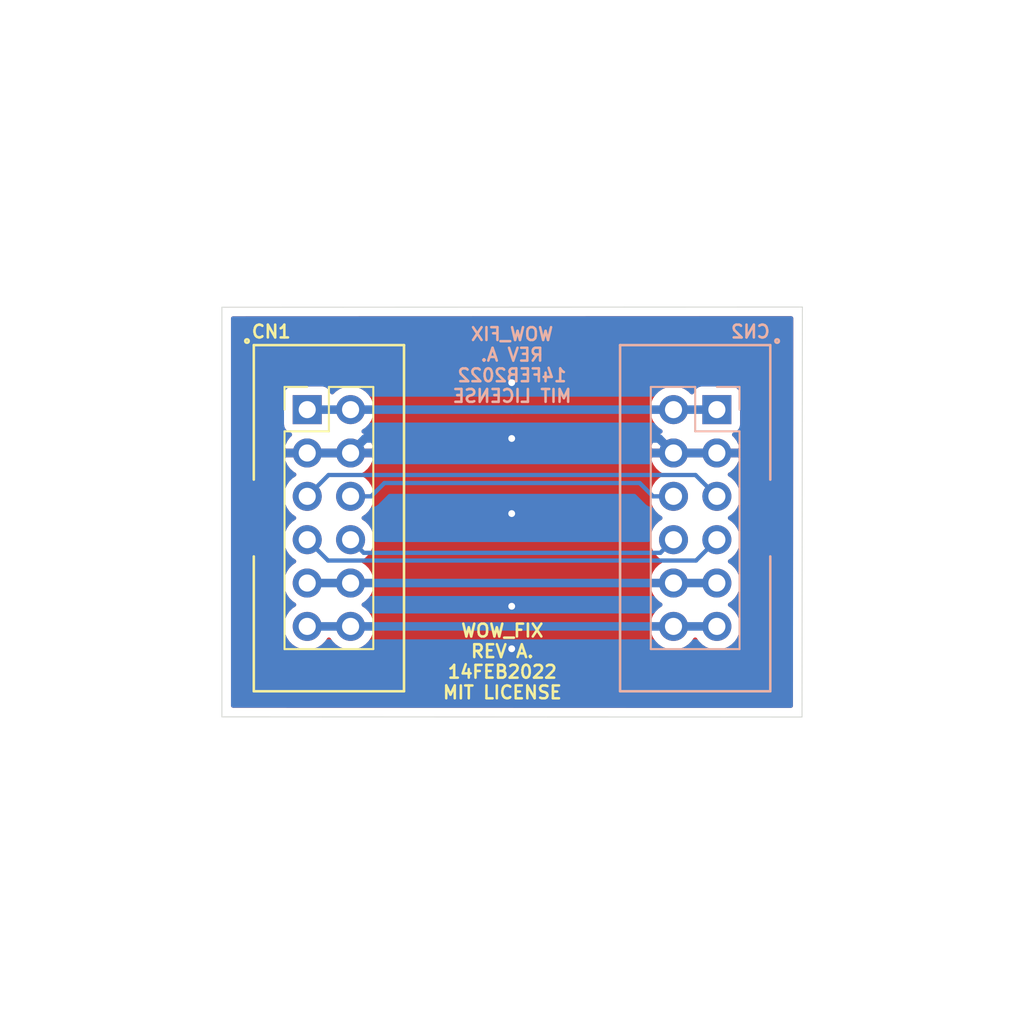
<source format=kicad_pcb>
(kicad_pcb (version 20171130) (host pcbnew 5.1.9-73d0e3b20d~88~ubuntu20.04.1)

  (general
    (thickness 1.6)
    (drawings 6)
    (tracks 44)
    (zones 0)
    (modules 2)
    (nets 9)
  )

  (page A)
  (title_block
    (title WOW_FIX)
    (date 2021-02-14)
    (rev A)
    (company "Homebrew Robotics Club")
    (comment 1 "Copyright © 2021 by Homebrew Robotics Club")
    (comment 2 "License: MIT")
  )

  (layers
    (0 F.Cu signal)
    (31 B.Cu signal)
    (32 B.Adhes user)
    (33 F.Adhes user)
    (34 B.Paste user)
    (35 F.Paste user)
    (36 B.SilkS user)
    (37 F.SilkS user)
    (38 B.Mask user)
    (39 F.Mask user)
    (40 Dwgs.User user)
    (41 Cmts.User user)
    (42 Eco1.User user)
    (43 Eco2.User user)
    (44 Edge.Cuts user)
    (45 Margin user)
    (46 B.CrtYd user)
    (47 F.CrtYd user)
    (48 B.Fab user hide)
    (49 F.Fab user hide)
  )

  (setup
    (last_trace_width 0.5)
    (user_trace_width 0.5)
    (trace_clearance 0.2)
    (zone_clearance 0.508)
    (zone_45_only no)
    (trace_min 0.2)
    (via_size 0.8)
    (via_drill 0.4)
    (via_min_size 0.4)
    (via_min_drill 0.3)
    (uvia_size 0.3)
    (uvia_drill 0.1)
    (uvias_allowed no)
    (uvia_min_size 0.2)
    (uvia_min_drill 0.1)
    (edge_width 0.05)
    (segment_width 0.2)
    (pcb_text_width 0.3)
    (pcb_text_size 1.5 1.5)
    (mod_edge_width 0.12)
    (mod_text_size 1 1)
    (mod_text_width 0.15)
    (pad_size 2.7 2.7)
    (pad_drill 2.7)
    (pad_to_mask_clearance 0)
    (aux_axis_origin 0 0)
    (visible_elements FFFFFF7F)
    (pcbplotparams
      (layerselection 0x010fc_ffffffff)
      (usegerberextensions false)
      (usegerberattributes true)
      (usegerberadvancedattributes true)
      (creategerberjobfile true)
      (excludeedgelayer true)
      (linewidth 0.100000)
      (plotframeref false)
      (viasonmask false)
      (mode 1)
      (useauxorigin false)
      (hpglpennumber 1)
      (hpglpenspeed 20)
      (hpglpendiameter 15.000000)
      (psnegative false)
      (psa4output false)
      (plotreference true)
      (plotvalue true)
      (plotinvisibletext false)
      (padsonsilk false)
      (subtractmaskfromsilk false)
      (outputformat 1)
      (mirror false)
      (drillshape 0)
      (scaleselection 1)
      (outputdirectory ""))
  )

  (net 0 "")
  (net 1 /POW_IN34)
  (net 2 /GND34)
  (net 3 /STOPH)
  (net 4 /STOPL)
  (net 5 /COMH)
  (net 6 /COML)
  (net 7 /GND12)
  (net 8 /POW_IN12)

  (net_class Default "This is the default net class."
    (clearance 0.2)
    (trace_width 0.25)
    (via_dia 0.8)
    (via_drill 0.4)
    (uvia_dia 0.3)
    (uvia_drill 0.1)
    (add_net /COMH)
    (add_net /COML)
    (add_net /GND12)
    (add_net /GND34)
    (add_net /POW_IN12)
    (add_net /POW_IN34)
    (add_net /STOPH)
    (add_net /STOPL)
  )

  (module HR2:PinHeader_2x06_P2.54mm_Vertical_Shrouded (layer B.Cu) (tedit 5FE788D7) (tstamp 602A71D2)
    (at 112 94 180)
    (descr "Through hole straight pin header, 2x06, 2.54mm pitch, double rows")
    (tags "Through hole pin header THT 2x06 2.54mm double row")
    (path /602A2D90)
    (fp_text reference CN2 (at -1.97 4.57) (layer B.SilkS)
      (effects (font (size 0.75 0.75) (thickness 0.15)) (justify mirror))
    )
    (fp_text value WOW_OUT;M2x6S (at 1.27 -15.03) (layer B.Fab)
      (effects (font (size 1 1) (thickness 0.15)) (justify mirror))
    )
    (fp_text user %R (at 1.27 -6.35 270) (layer B.Fab)
      (effects (font (size 1 1) (thickness 0.15)) (justify mirror))
    )
    (fp_circle (center -3.53 4.02) (end -3.42802 4.02) (layer B.SilkS) (width 0.15))
    (fp_line (start -3.13 -8.6) (end -3.13 -16.5) (layer B.SilkS) (width 0.15))
    (fp_line (start -3.13 -16.5) (end 5.67 -16.5) (layer B.SilkS) (width 0.15))
    (fp_line (start 5.67 3.78) (end 5.67 -16.5) (layer B.SilkS) (width 0.15))
    (fp_line (start -3.13 3.78) (end 5.67 3.78) (layer B.SilkS) (width 0.15))
    (fp_line (start -3.13 3.78) (end -3.13 -4.1) (layer B.SilkS) (width 0.15))
    (fp_line (start 4.35 1.8) (end -1.8 1.8) (layer B.CrtYd) (width 0.05))
    (fp_line (start 4.35 -14.5) (end 4.35 1.8) (layer B.CrtYd) (width 0.05))
    (fp_line (start -1.8 -14.5) (end 4.35 -14.5) (layer B.CrtYd) (width 0.05))
    (fp_line (start -1.8 1.8) (end -1.8 -14.5) (layer B.CrtYd) (width 0.05))
    (fp_line (start -1.33 1.33) (end 0 1.33) (layer B.SilkS) (width 0.12))
    (fp_line (start -1.33 0) (end -1.33 1.33) (layer B.SilkS) (width 0.12))
    (fp_line (start 1.27 1.33) (end 3.87 1.33) (layer B.SilkS) (width 0.12))
    (fp_line (start 1.27 -1.27) (end 1.27 1.33) (layer B.SilkS) (width 0.12))
    (fp_line (start -1.33 -1.27) (end 1.27 -1.27) (layer B.SilkS) (width 0.12))
    (fp_line (start 3.87 1.33) (end 3.87 -14.03) (layer B.SilkS) (width 0.12))
    (fp_line (start -1.33 -1.27) (end -1.33 -14.03) (layer B.SilkS) (width 0.12))
    (fp_line (start -1.33 -14.03) (end 3.87 -14.03) (layer B.SilkS) (width 0.12))
    (fp_line (start -1.27 0) (end 0 1.27) (layer B.Fab) (width 0.1))
    (fp_line (start -1.27 -13.97) (end -1.27 0) (layer B.Fab) (width 0.1))
    (fp_line (start 3.81 -13.97) (end -1.27 -13.97) (layer B.Fab) (width 0.1))
    (fp_line (start 3.81 1.27) (end 3.81 -13.97) (layer B.Fab) (width 0.1))
    (fp_line (start 0 1.27) (end 3.81 1.27) (layer B.Fab) (width 0.1))
    (pad 12 thru_hole oval (at 2.54 -12.7 180) (size 1.7 1.7) (drill 1) (layers *.Cu *.Mask)
      (net 1 /POW_IN34))
    (pad 11 thru_hole oval (at 0 -12.7 180) (size 1.7 1.7) (drill 1) (layers *.Cu *.Mask)
      (net 1 /POW_IN34))
    (pad 10 thru_hole oval (at 2.54 -10.16 180) (size 1.7 1.7) (drill 1) (layers *.Cu *.Mask)
      (net 2 /GND34))
    (pad 9 thru_hole oval (at 0 -10.16 180) (size 1.7 1.7) (drill 1) (layers *.Cu *.Mask)
      (net 2 /GND34))
    (pad 8 thru_hole oval (at 2.54 -7.62 180) (size 1.7 1.7) (drill 1) (layers *.Cu *.Mask)
      (net 3 /STOPH))
    (pad 7 thru_hole oval (at 0 -7.62 180) (size 1.7 1.7) (drill 1) (layers *.Cu *.Mask)
      (net 4 /STOPL))
    (pad 6 thru_hole oval (at 2.54 -5.08 180) (size 1.7 1.7) (drill 1) (layers *.Cu *.Mask)
      (net 5 /COMH))
    (pad 5 thru_hole oval (at 0 -5.08 180) (size 1.7 1.7) (drill 1) (layers *.Cu *.Mask)
      (net 6 /COML))
    (pad 4 thru_hole oval (at 2.54 -2.54 180) (size 1.7 1.7) (drill 1) (layers *.Cu *.Mask)
      (net 7 /GND12))
    (pad 3 thru_hole oval (at 0 -2.54 180) (size 1.7 1.7) (drill 1) (layers *.Cu *.Mask)
      (net 7 /GND12))
    (pad 2 thru_hole oval (at 2.54 0 180) (size 1.7 1.7) (drill 1) (layers *.Cu *.Mask)
      (net 8 /POW_IN12))
    (pad 1 thru_hole rect (at 0 0 180) (size 1.7 1.7) (drill 1) (layers *.Cu *.Mask)
      (net 8 /POW_IN12))
    (model ${KISYS3DMOD}/Connector_PinHeader_2.54mm.3dshapes/PinHeader_2x06_P2.54mm_Vertical.wrl
      (at (xyz 0 0 0))
      (scale (xyz 1 1 1))
      (rotate (xyz 0 0 0))
    )
  )

  (module HR2:PinHeader_2x06_P2.54mm_Vertical_Shrouded (layer F.Cu) (tedit 5FE788D7) (tstamp 602A71AA)
    (at 88 94)
    (descr "Through hole straight pin header, 2x06, 2.54mm pitch, double rows")
    (tags "Through hole pin header THT 2x06 2.54mm double row")
    (path /602A126D)
    (fp_text reference CN1 (at -2.11 -4.57) (layer F.SilkS)
      (effects (font (size 0.75 0.75) (thickness 0.15)))
    )
    (fp_text value WOW_IN;M2x6S (at 1.27 15.03) (layer F.Fab)
      (effects (font (size 1 1) (thickness 0.15)))
    )
    (fp_text user %R (at 1.27 6.35 90) (layer F.Fab)
      (effects (font (size 1 1) (thickness 0.15)))
    )
    (fp_circle (center -3.53 -4.02) (end -3.42802 -4.02) (layer F.SilkS) (width 0.15))
    (fp_line (start -3.13 8.6) (end -3.13 16.5) (layer F.SilkS) (width 0.15))
    (fp_line (start -3.13 16.5) (end 5.67 16.5) (layer F.SilkS) (width 0.15))
    (fp_line (start 5.67 -3.78) (end 5.67 16.5) (layer F.SilkS) (width 0.15))
    (fp_line (start -3.13 -3.78) (end 5.67 -3.78) (layer F.SilkS) (width 0.15))
    (fp_line (start -3.13 -3.78) (end -3.13 4.1) (layer F.SilkS) (width 0.15))
    (fp_line (start 4.35 -1.8) (end -1.8 -1.8) (layer F.CrtYd) (width 0.05))
    (fp_line (start 4.35 14.5) (end 4.35 -1.8) (layer F.CrtYd) (width 0.05))
    (fp_line (start -1.8 14.5) (end 4.35 14.5) (layer F.CrtYd) (width 0.05))
    (fp_line (start -1.8 -1.8) (end -1.8 14.5) (layer F.CrtYd) (width 0.05))
    (fp_line (start -1.33 -1.33) (end 0 -1.33) (layer F.SilkS) (width 0.12))
    (fp_line (start -1.33 0) (end -1.33 -1.33) (layer F.SilkS) (width 0.12))
    (fp_line (start 1.27 -1.33) (end 3.87 -1.33) (layer F.SilkS) (width 0.12))
    (fp_line (start 1.27 1.27) (end 1.27 -1.33) (layer F.SilkS) (width 0.12))
    (fp_line (start -1.33 1.27) (end 1.27 1.27) (layer F.SilkS) (width 0.12))
    (fp_line (start 3.87 -1.33) (end 3.87 14.03) (layer F.SilkS) (width 0.12))
    (fp_line (start -1.33 1.27) (end -1.33 14.03) (layer F.SilkS) (width 0.12))
    (fp_line (start -1.33 14.03) (end 3.87 14.03) (layer F.SilkS) (width 0.12))
    (fp_line (start -1.27 0) (end 0 -1.27) (layer F.Fab) (width 0.1))
    (fp_line (start -1.27 13.97) (end -1.27 0) (layer F.Fab) (width 0.1))
    (fp_line (start 3.81 13.97) (end -1.27 13.97) (layer F.Fab) (width 0.1))
    (fp_line (start 3.81 -1.27) (end 3.81 13.97) (layer F.Fab) (width 0.1))
    (fp_line (start 0 -1.27) (end 3.81 -1.27) (layer F.Fab) (width 0.1))
    (pad 12 thru_hole oval (at 2.54 12.7) (size 1.7 1.7) (drill 1) (layers *.Cu *.Mask)
      (net 1 /POW_IN34))
    (pad 11 thru_hole oval (at 0 12.7) (size 1.7 1.7) (drill 1) (layers *.Cu *.Mask)
      (net 1 /POW_IN34))
    (pad 10 thru_hole oval (at 2.54 10.16) (size 1.7 1.7) (drill 1) (layers *.Cu *.Mask)
      (net 2 /GND34))
    (pad 9 thru_hole oval (at 0 10.16) (size 1.7 1.7) (drill 1) (layers *.Cu *.Mask)
      (net 2 /GND34))
    (pad 8 thru_hole oval (at 2.54 7.62) (size 1.7 1.7) (drill 1) (layers *.Cu *.Mask)
      (net 3 /STOPH))
    (pad 7 thru_hole oval (at 0 7.62) (size 1.7 1.7) (drill 1) (layers *.Cu *.Mask)
      (net 4 /STOPL))
    (pad 6 thru_hole oval (at 2.54 5.08) (size 1.7 1.7) (drill 1) (layers *.Cu *.Mask)
      (net 5 /COMH))
    (pad 5 thru_hole oval (at 0 5.08) (size 1.7 1.7) (drill 1) (layers *.Cu *.Mask)
      (net 6 /COML))
    (pad 4 thru_hole oval (at 2.54 2.54) (size 1.7 1.7) (drill 1) (layers *.Cu *.Mask)
      (net 7 /GND12))
    (pad 3 thru_hole oval (at 0 2.54) (size 1.7 1.7) (drill 1) (layers *.Cu *.Mask)
      (net 7 /GND12))
    (pad 2 thru_hole oval (at 2.54 0) (size 1.7 1.7) (drill 1) (layers *.Cu *.Mask)
      (net 8 /POW_IN12))
    (pad 1 thru_hole rect (at 0 0) (size 1.7 1.7) (drill 1) (layers *.Cu *.Mask)
      (net 8 /POW_IN12))
    (model ${KISYS3DMOD}/Connector_PinHeader_2.54mm.3dshapes/PinHeader_2x06_P2.54mm_Vertical.wrl
      (at (xyz 0 0 0))
      (scale (xyz 1 1 1))
      (rotate (xyz 0 0 0))
    )
  )

  (gr_text "WOW_FIX\nREV A.\n14FEB2022\nMIT LICENSE" (at 100 91.39) (layer B.SilkS) (tstamp 602A7C29)
    (effects (font (size 0.75 0.75) (thickness 0.15)) (justify mirror))
  )
  (gr_text "WOW_FIX\nREV A.\n14FEB2022\nMIT LICENSE" (at 99.43 108.76) (layer F.SilkS)
    (effects (font (size 0.75 0.75) (thickness 0.15)))
  )
  (gr_line (start 117.01 87.99) (end 83 88) (layer Edge.Cuts) (width 0.05) (tstamp 602A7C14))
  (gr_line (start 116.99 112.01) (end 117.01 87.99) (layer Edge.Cuts) (width 0.05))
  (gr_line (start 83 112) (end 116.99 112.01) (layer Edge.Cuts) (width 0.05))
  (gr_line (start 83 88) (end 83 112) (layer Edge.Cuts) (width 0.05))

  (segment (start 88 106.7) (end 90.54 106.7) (width 0.5) (layer B.Cu) (net 1))
  (segment (start 90.54 106.7) (end 109.46 106.7) (width 0.5) (layer B.Cu) (net 1))
  (segment (start 109.46 106.7) (end 112 106.7) (width 0.5) (layer B.Cu) (net 1))
  (segment (start 88 104.16) (end 90.54 104.16) (width 0.5) (layer B.Cu) (net 2))
  (segment (start 90.54 104.16) (end 109.46 104.16) (width 0.5) (layer B.Cu) (net 2))
  (segment (start 109.46 104.16) (end 112 104.16) (width 0.5) (layer B.Cu) (net 2))
  (segment (start 108.69 102.39) (end 109.46 101.62) (width 0.25) (layer B.Cu) (net 3))
  (segment (start 90.54 101.62) (end 91.31 102.39) (width 0.25) (layer B.Cu) (net 3))
  (segment (start 91.31 102.39) (end 108.69 102.39) (width 0.25) (layer B.Cu) (net 3))
  (segment (start 88 101.62) (end 89.220011 102.840011) (width 0.25) (layer B.Cu) (net 4))
  (segment (start 89.220011 102.840011) (end 110.779989 102.840011) (width 0.25) (layer B.Cu) (net 4))
  (segment (start 110.779989 102.840011) (end 112 101.62) (width 0.25) (layer B.Cu) (net 4))
  (segment (start 108.257919 99.08) (end 109.46 99.08) (width 0.25) (layer B.Cu) (net 5))
  (segment (start 107.477919 98.3) (end 108.257919 99.08) (width 0.25) (layer B.Cu) (net 5))
  (segment (start 92.522081 98.3) (end 107.477919 98.3) (width 0.25) (layer B.Cu) (net 5))
  (segment (start 91.742081 99.08) (end 92.522081 98.3) (width 0.25) (layer B.Cu) (net 5))
  (segment (start 90.54 99.08) (end 91.742081 99.08) (width 0.25) (layer B.Cu) (net 5))
  (segment (start 111.150001 98.230001) (end 112 99.08) (width 0.25) (layer B.Cu) (net 6))
  (segment (start 110.75 97.83) (end 111.150001 98.230001) (width 0.25) (layer B.Cu) (net 6))
  (segment (start 89.25 97.83) (end 110.75 97.83) (width 0.25) (layer B.Cu) (net 6))
  (segment (start 88 99.08) (end 89.25 97.83) (width 0.25) (layer B.Cu) (net 6))
  (segment (start 88 96.54) (end 90.54 96.54) (width 0.5) (layer B.Cu) (net 7))
  (segment (start 109.46 96.54) (end 112 96.54) (width 0.5) (layer B.Cu) (net 7))
  (segment (start 91.389999 95.690001) (end 99.979999 95.690001) (width 0.5) (layer B.Cu) (net 7))
  (segment (start 108.610001 95.690001) (end 109.46 96.54) (width 0.5) (layer B.Cu) (net 7))
  (segment (start 90.54 96.54) (end 91.389999 95.690001) (width 0.5) (layer B.Cu) (net 7))
  (segment (start 99.979999 95.690001) (end 108.610001 95.690001) (width 0.5) (layer B.Cu) (net 7) (tstamp 602A7A08))
  (via (at 99.979999 95.690001) (size 0.8) (drill 0.4) (layers F.Cu B.Cu) (net 7))
  (via (at 99.98 108.01) (size 0.8) (drill 0.4) (layers F.Cu B.Cu) (net 7))
  (segment (start 99.98 96.255687) (end 99.98 96.85) (width 0.5) (layer F.Cu) (net 7))
  (segment (start 99.979999 95.690001) (end 99.98 96.255687) (width 0.5) (layer F.Cu) (net 7))
  (segment (start 99.98 105.52) (end 99.98 108.01) (width 0.5) (layer F.Cu) (net 7) (tstamp 602A7A0E))
  (via (at 99.98 105.52) (size 0.8) (drill 0.4) (layers F.Cu B.Cu) (net 7))
  (segment (start 99.98 100.09) (end 99.98 103.29) (width 0.5) (layer F.Cu) (net 7) (tstamp 602A7A10))
  (via (at 99.98 100.09) (size 0.8) (drill 0.4) (layers F.Cu B.Cu) (net 7))
  (segment (start 99.98 96.85) (end 99.98 100.09) (width 0.5) (layer F.Cu) (net 7) (tstamp 602A7A12))
  (via (at 99.98 92.42) (size 0.8) (drill 0.4) (layers F.Cu B.Cu) (net 7))
  (segment (start 99.979999 92.420001) (end 99.98 92.42) (width 0.5) (layer F.Cu) (net 7))
  (segment (start 99.979999 95.690001) (end 99.979999 92.420001) (width 0.5) (layer F.Cu) (net 7))
  (segment (start 99.98 103.29) (end 99.98 105.52) (width 0.5) (layer F.Cu) (net 7) (tstamp 602A7A25))
  (segment (start 88 94) (end 90.54 94) (width 0.5) (layer B.Cu) (net 8))
  (segment (start 109.46 94) (end 112 94) (width 0.5) (layer B.Cu) (net 8))
  (segment (start 90.54 94) (end 99.98 94) (width 0.5) (layer B.Cu) (net 8))
  (segment (start 99.98 94) (end 109.46 94) (width 0.5) (layer B.Cu) (net 8) (tstamp 602A79F1))

  (zone (net 7) (net_name /GND12) (layer B.Cu) (tstamp 0) (hatch edge 0.508)
    (connect_pads (clearance 0.508))
    (min_thickness 0.254)
    (fill yes (arc_segments 32) (thermal_gap 0.508) (thermal_bridge_width 0.508))
    (polygon
      (pts
        (xy 120 80) (xy 120 120) (xy 80 120) (xy 80 79.99)
      )
    )
    (filled_polygon
      (pts
        (xy 116.33055 111.349806) (xy 83.66 111.340195) (xy 83.66 98.93374) (xy 86.515 98.93374) (xy 86.515 99.22626)
        (xy 86.572068 99.513158) (xy 86.68401 99.783411) (xy 86.846525 100.026632) (xy 87.053368 100.233475) (xy 87.22776 100.35)
        (xy 87.053368 100.466525) (xy 86.846525 100.673368) (xy 86.68401 100.916589) (xy 86.572068 101.186842) (xy 86.515 101.47374)
        (xy 86.515 101.76626) (xy 86.572068 102.053158) (xy 86.68401 102.323411) (xy 86.846525 102.566632) (xy 87.053368 102.773475)
        (xy 87.22776 102.89) (xy 87.053368 103.006525) (xy 86.846525 103.213368) (xy 86.68401 103.456589) (xy 86.572068 103.726842)
        (xy 86.515 104.01374) (xy 86.515 104.30626) (xy 86.572068 104.593158) (xy 86.68401 104.863411) (xy 86.846525 105.106632)
        (xy 87.053368 105.313475) (xy 87.22776 105.43) (xy 87.053368 105.546525) (xy 86.846525 105.753368) (xy 86.68401 105.996589)
        (xy 86.572068 106.266842) (xy 86.515 106.55374) (xy 86.515 106.84626) (xy 86.572068 107.133158) (xy 86.68401 107.403411)
        (xy 86.846525 107.646632) (xy 87.053368 107.853475) (xy 87.296589 108.01599) (xy 87.566842 108.127932) (xy 87.85374 108.185)
        (xy 88.14626 108.185) (xy 88.433158 108.127932) (xy 88.703411 108.01599) (xy 88.946632 107.853475) (xy 89.153475 107.646632)
        (xy 89.194656 107.585) (xy 89.345344 107.585) (xy 89.386525 107.646632) (xy 89.593368 107.853475) (xy 89.836589 108.01599)
        (xy 90.106842 108.127932) (xy 90.39374 108.185) (xy 90.68626 108.185) (xy 90.973158 108.127932) (xy 91.243411 108.01599)
        (xy 91.486632 107.853475) (xy 91.693475 107.646632) (xy 91.734656 107.585) (xy 108.265344 107.585) (xy 108.306525 107.646632)
        (xy 108.513368 107.853475) (xy 108.756589 108.01599) (xy 109.026842 108.127932) (xy 109.31374 108.185) (xy 109.60626 108.185)
        (xy 109.893158 108.127932) (xy 110.163411 108.01599) (xy 110.406632 107.853475) (xy 110.613475 107.646632) (xy 110.654656 107.585)
        (xy 110.805344 107.585) (xy 110.846525 107.646632) (xy 111.053368 107.853475) (xy 111.296589 108.01599) (xy 111.566842 108.127932)
        (xy 111.85374 108.185) (xy 112.14626 108.185) (xy 112.433158 108.127932) (xy 112.703411 108.01599) (xy 112.946632 107.853475)
        (xy 113.153475 107.646632) (xy 113.31599 107.403411) (xy 113.427932 107.133158) (xy 113.485 106.84626) (xy 113.485 106.55374)
        (xy 113.427932 106.266842) (xy 113.31599 105.996589) (xy 113.153475 105.753368) (xy 112.946632 105.546525) (xy 112.77224 105.43)
        (xy 112.946632 105.313475) (xy 113.153475 105.106632) (xy 113.31599 104.863411) (xy 113.427932 104.593158) (xy 113.485 104.30626)
        (xy 113.485 104.01374) (xy 113.427932 103.726842) (xy 113.31599 103.456589) (xy 113.153475 103.213368) (xy 112.946632 103.006525)
        (xy 112.77224 102.89) (xy 112.946632 102.773475) (xy 113.153475 102.566632) (xy 113.31599 102.323411) (xy 113.427932 102.053158)
        (xy 113.485 101.76626) (xy 113.485 101.47374) (xy 113.427932 101.186842) (xy 113.31599 100.916589) (xy 113.153475 100.673368)
        (xy 112.946632 100.466525) (xy 112.77224 100.35) (xy 112.946632 100.233475) (xy 113.153475 100.026632) (xy 113.31599 99.783411)
        (xy 113.427932 99.513158) (xy 113.485 99.22626) (xy 113.485 98.93374) (xy 113.427932 98.646842) (xy 113.31599 98.376589)
        (xy 113.153475 98.133368) (xy 112.946632 97.926525) (xy 112.764466 97.804805) (xy 112.881355 97.735178) (xy 113.097588 97.540269)
        (xy 113.271641 97.30692) (xy 113.396825 97.044099) (xy 113.441476 96.89689) (xy 113.320155 96.667) (xy 112.127 96.667)
        (xy 112.127 96.687) (xy 111.873 96.687) (xy 111.873 96.667) (xy 109.587 96.667) (xy 109.587 96.687)
        (xy 109.333 96.687) (xy 109.333 96.667) (xy 108.139845 96.667) (xy 108.018524 96.89689) (xy 108.063175 97.044099)
        (xy 108.075512 97.07) (xy 91.924488 97.07) (xy 91.936825 97.044099) (xy 91.981476 96.89689) (xy 91.860155 96.667)
        (xy 90.667 96.667) (xy 90.667 96.687) (xy 90.413 96.687) (xy 90.413 96.667) (xy 88.127 96.667)
        (xy 88.127 96.687) (xy 87.873 96.687) (xy 87.873 96.667) (xy 86.679845 96.667) (xy 86.558524 96.89689)
        (xy 86.603175 97.044099) (xy 86.728359 97.30692) (xy 86.902412 97.540269) (xy 87.118645 97.735178) (xy 87.235534 97.804805)
        (xy 87.053368 97.926525) (xy 86.846525 98.133368) (xy 86.68401 98.376589) (xy 86.572068 98.646842) (xy 86.515 98.93374)
        (xy 83.66 98.93374) (xy 83.66 93.15) (xy 86.511928 93.15) (xy 86.511928 94.85) (xy 86.524188 94.974482)
        (xy 86.560498 95.09418) (xy 86.619463 95.204494) (xy 86.698815 95.301185) (xy 86.795506 95.380537) (xy 86.90582 95.439502)
        (xy 86.986466 95.463966) (xy 86.902412 95.539731) (xy 86.728359 95.77308) (xy 86.603175 96.035901) (xy 86.558524 96.18311)
        (xy 86.679845 96.413) (xy 87.873 96.413) (xy 87.873 96.393) (xy 88.127 96.393) (xy 88.127 96.413)
        (xy 90.413 96.413) (xy 90.413 96.393) (xy 90.667 96.393) (xy 90.667 96.413) (xy 91.860155 96.413)
        (xy 91.981476 96.18311) (xy 91.936825 96.035901) (xy 91.811641 95.77308) (xy 91.637588 95.539731) (xy 91.421355 95.344822)
        (xy 91.304466 95.275195) (xy 91.486632 95.153475) (xy 91.693475 94.946632) (xy 91.734656 94.885) (xy 108.265344 94.885)
        (xy 108.306525 94.946632) (xy 108.513368 95.153475) (xy 108.695534 95.275195) (xy 108.578645 95.344822) (xy 108.362412 95.539731)
        (xy 108.188359 95.77308) (xy 108.063175 96.035901) (xy 108.018524 96.18311) (xy 108.139845 96.413) (xy 109.333 96.413)
        (xy 109.333 96.393) (xy 109.587 96.393) (xy 109.587 96.413) (xy 111.873 96.413) (xy 111.873 96.393)
        (xy 112.127 96.393) (xy 112.127 96.413) (xy 113.320155 96.413) (xy 113.441476 96.18311) (xy 113.396825 96.035901)
        (xy 113.271641 95.77308) (xy 113.097588 95.539731) (xy 113.013534 95.463966) (xy 113.09418 95.439502) (xy 113.204494 95.380537)
        (xy 113.301185 95.301185) (xy 113.380537 95.204494) (xy 113.439502 95.09418) (xy 113.475812 94.974482) (xy 113.488072 94.85)
        (xy 113.488072 93.15) (xy 113.475812 93.025518) (xy 113.439502 92.90582) (xy 113.380537 92.795506) (xy 113.301185 92.698815)
        (xy 113.204494 92.619463) (xy 113.09418 92.560498) (xy 112.974482 92.524188) (xy 112.85 92.511928) (xy 111.15 92.511928)
        (xy 111.025518 92.524188) (xy 110.90582 92.560498) (xy 110.795506 92.619463) (xy 110.698815 92.698815) (xy 110.619463 92.795506)
        (xy 110.560498 92.90582) (xy 110.538487 92.97838) (xy 110.406632 92.846525) (xy 110.163411 92.68401) (xy 109.893158 92.572068)
        (xy 109.60626 92.515) (xy 109.31374 92.515) (xy 109.026842 92.572068) (xy 108.756589 92.68401) (xy 108.513368 92.846525)
        (xy 108.306525 93.053368) (xy 108.265344 93.115) (xy 91.734656 93.115) (xy 91.693475 93.053368) (xy 91.486632 92.846525)
        (xy 91.243411 92.68401) (xy 90.973158 92.572068) (xy 90.68626 92.515) (xy 90.39374 92.515) (xy 90.106842 92.572068)
        (xy 89.836589 92.68401) (xy 89.593368 92.846525) (xy 89.461513 92.97838) (xy 89.439502 92.90582) (xy 89.380537 92.795506)
        (xy 89.301185 92.698815) (xy 89.204494 92.619463) (xy 89.09418 92.560498) (xy 88.974482 92.524188) (xy 88.85 92.511928)
        (xy 87.15 92.511928) (xy 87.025518 92.524188) (xy 86.90582 92.560498) (xy 86.795506 92.619463) (xy 86.698815 92.698815)
        (xy 86.619463 92.795506) (xy 86.560498 92.90582) (xy 86.524188 93.025518) (xy 86.511928 93.15) (xy 83.66 93.15)
        (xy 83.66 88.659805) (xy 116.349451 88.650194)
      )
    )
    (filled_polygon
      (pts
        (xy 108.306525 105.106632) (xy 108.513368 105.313475) (xy 108.68776 105.43) (xy 108.513368 105.546525) (xy 108.306525 105.753368)
        (xy 108.265344 105.815) (xy 91.734656 105.815) (xy 91.693475 105.753368) (xy 91.486632 105.546525) (xy 91.31224 105.43)
        (xy 91.486632 105.313475) (xy 91.693475 105.106632) (xy 91.734656 105.045) (xy 108.265344 105.045)
      )
    )
    (filled_polygon
      (pts
        (xy 107.69412 99.591002) (xy 107.717918 99.620001) (xy 107.746916 99.643799) (xy 107.833643 99.714974) (xy 107.965672 99.785546)
        (xy 108.108933 99.829003) (xy 108.179091 99.835913) (xy 108.306525 100.026632) (xy 108.513368 100.233475) (xy 108.68776 100.35)
        (xy 108.513368 100.466525) (xy 108.306525 100.673368) (xy 108.14401 100.916589) (xy 108.032068 101.186842) (xy 107.975 101.47374)
        (xy 107.975 101.63) (xy 92.025 101.63) (xy 92.025 101.47374) (xy 91.967932 101.186842) (xy 91.85599 100.916589)
        (xy 91.693475 100.673368) (xy 91.486632 100.466525) (xy 91.31224 100.35) (xy 91.486632 100.233475) (xy 91.693475 100.026632)
        (xy 91.820909 99.835913) (xy 91.891067 99.829003) (xy 92.034328 99.785546) (xy 92.166357 99.714974) (xy 92.282082 99.620001)
        (xy 92.305884 99.590998) (xy 92.836883 99.06) (xy 107.163118 99.06)
      )
    )
  )
  (zone (net 7) (net_name /GND12) (layer F.Cu) (tstamp 0) (hatch edge 0.508)
    (connect_pads (clearance 0.508))
    (min_thickness 0.254)
    (fill yes (arc_segments 32) (thermal_gap 0.508) (thermal_bridge_width 0.508))
    (polygon
      (pts
        (xy 130 130) (xy 70 130) (xy 70 70) (xy 130 70)
      )
    )
    (filled_polygon
      (pts
        (xy 116.33055 111.349806) (xy 83.66 111.340195) (xy 83.66 98.93374) (xy 86.515 98.93374) (xy 86.515 99.22626)
        (xy 86.572068 99.513158) (xy 86.68401 99.783411) (xy 86.846525 100.026632) (xy 87.053368 100.233475) (xy 87.22776 100.35)
        (xy 87.053368 100.466525) (xy 86.846525 100.673368) (xy 86.68401 100.916589) (xy 86.572068 101.186842) (xy 86.515 101.47374)
        (xy 86.515 101.76626) (xy 86.572068 102.053158) (xy 86.68401 102.323411) (xy 86.846525 102.566632) (xy 87.053368 102.773475)
        (xy 87.22776 102.89) (xy 87.053368 103.006525) (xy 86.846525 103.213368) (xy 86.68401 103.456589) (xy 86.572068 103.726842)
        (xy 86.515 104.01374) (xy 86.515 104.30626) (xy 86.572068 104.593158) (xy 86.68401 104.863411) (xy 86.846525 105.106632)
        (xy 87.053368 105.313475) (xy 87.22776 105.43) (xy 87.053368 105.546525) (xy 86.846525 105.753368) (xy 86.68401 105.996589)
        (xy 86.572068 106.266842) (xy 86.515 106.55374) (xy 86.515 106.84626) (xy 86.572068 107.133158) (xy 86.68401 107.403411)
        (xy 86.846525 107.646632) (xy 87.053368 107.853475) (xy 87.296589 108.01599) (xy 87.566842 108.127932) (xy 87.85374 108.185)
        (xy 88.14626 108.185) (xy 88.433158 108.127932) (xy 88.703411 108.01599) (xy 88.946632 107.853475) (xy 89.153475 107.646632)
        (xy 89.27 107.47224) (xy 89.386525 107.646632) (xy 89.593368 107.853475) (xy 89.836589 108.01599) (xy 90.106842 108.127932)
        (xy 90.39374 108.185) (xy 90.68626 108.185) (xy 90.973158 108.127932) (xy 91.243411 108.01599) (xy 91.486632 107.853475)
        (xy 91.693475 107.646632) (xy 91.85599 107.403411) (xy 91.967932 107.133158) (xy 92.025 106.84626) (xy 92.025 106.55374)
        (xy 91.967932 106.266842) (xy 91.85599 105.996589) (xy 91.693475 105.753368) (xy 91.486632 105.546525) (xy 91.31224 105.43)
        (xy 91.486632 105.313475) (xy 91.693475 105.106632) (xy 91.85599 104.863411) (xy 91.967932 104.593158) (xy 92.025 104.30626)
        (xy 92.025 104.01374) (xy 91.967932 103.726842) (xy 91.85599 103.456589) (xy 91.693475 103.213368) (xy 91.486632 103.006525)
        (xy 91.31224 102.89) (xy 91.486632 102.773475) (xy 91.693475 102.566632) (xy 91.85599 102.323411) (xy 91.967932 102.053158)
        (xy 92.025 101.76626) (xy 92.025 101.47374) (xy 91.967932 101.186842) (xy 91.85599 100.916589) (xy 91.693475 100.673368)
        (xy 91.486632 100.466525) (xy 91.31224 100.35) (xy 91.486632 100.233475) (xy 91.693475 100.026632) (xy 91.85599 99.783411)
        (xy 91.967932 99.513158) (xy 92.025 99.22626) (xy 92.025 98.93374) (xy 107.975 98.93374) (xy 107.975 99.22626)
        (xy 108.032068 99.513158) (xy 108.14401 99.783411) (xy 108.306525 100.026632) (xy 108.513368 100.233475) (xy 108.68776 100.35)
        (xy 108.513368 100.466525) (xy 108.306525 100.673368) (xy 108.14401 100.916589) (xy 108.032068 101.186842) (xy 107.975 101.47374)
        (xy 107.975 101.76626) (xy 108.032068 102.053158) (xy 108.14401 102.323411) (xy 108.306525 102.566632) (xy 108.513368 102.773475)
        (xy 108.68776 102.89) (xy 108.513368 103.006525) (xy 108.306525 103.213368) (xy 108.14401 103.456589) (xy 108.032068 103.726842)
        (xy 107.975 104.01374) (xy 107.975 104.30626) (xy 108.032068 104.593158) (xy 108.14401 104.863411) (xy 108.306525 105.106632)
        (xy 108.513368 105.313475) (xy 108.68776 105.43) (xy 108.513368 105.546525) (xy 108.306525 105.753368) (xy 108.14401 105.996589)
        (xy 108.032068 106.266842) (xy 107.975 106.55374) (xy 107.975 106.84626) (xy 108.032068 107.133158) (xy 108.14401 107.403411)
        (xy 108.306525 107.646632) (xy 108.513368 107.853475) (xy 108.756589 108.01599) (xy 109.026842 108.127932) (xy 109.31374 108.185)
        (xy 109.60626 108.185) (xy 109.893158 108.127932) (xy 110.163411 108.01599) (xy 110.406632 107.853475) (xy 110.613475 107.646632)
        (xy 110.73 107.47224) (xy 110.846525 107.646632) (xy 111.053368 107.853475) (xy 111.296589 108.01599) (xy 111.566842 108.127932)
        (xy 111.85374 108.185) (xy 112.14626 108.185) (xy 112.433158 108.127932) (xy 112.703411 108.01599) (xy 112.946632 107.853475)
        (xy 113.153475 107.646632) (xy 113.31599 107.403411) (xy 113.427932 107.133158) (xy 113.485 106.84626) (xy 113.485 106.55374)
        (xy 113.427932 106.266842) (xy 113.31599 105.996589) (xy 113.153475 105.753368) (xy 112.946632 105.546525) (xy 112.77224 105.43)
        (xy 112.946632 105.313475) (xy 113.153475 105.106632) (xy 113.31599 104.863411) (xy 113.427932 104.593158) (xy 113.485 104.30626)
        (xy 113.485 104.01374) (xy 113.427932 103.726842) (xy 113.31599 103.456589) (xy 113.153475 103.213368) (xy 112.946632 103.006525)
        (xy 112.77224 102.89) (xy 112.946632 102.773475) (xy 113.153475 102.566632) (xy 113.31599 102.323411) (xy 113.427932 102.053158)
        (xy 113.485 101.76626) (xy 113.485 101.47374) (xy 113.427932 101.186842) (xy 113.31599 100.916589) (xy 113.153475 100.673368)
        (xy 112.946632 100.466525) (xy 112.77224 100.35) (xy 112.946632 100.233475) (xy 113.153475 100.026632) (xy 113.31599 99.783411)
        (xy 113.427932 99.513158) (xy 113.485 99.22626) (xy 113.485 98.93374) (xy 113.427932 98.646842) (xy 113.31599 98.376589)
        (xy 113.153475 98.133368) (xy 112.946632 97.926525) (xy 112.764466 97.804805) (xy 112.881355 97.735178) (xy 113.097588 97.540269)
        (xy 113.271641 97.30692) (xy 113.396825 97.044099) (xy 113.441476 96.89689) (xy 113.320155 96.667) (xy 112.127 96.667)
        (xy 112.127 96.687) (xy 111.873 96.687) (xy 111.873 96.667) (xy 109.587 96.667) (xy 109.587 96.687)
        (xy 109.333 96.687) (xy 109.333 96.667) (xy 108.139845 96.667) (xy 108.018524 96.89689) (xy 108.063175 97.044099)
        (xy 108.188359 97.30692) (xy 108.362412 97.540269) (xy 108.578645 97.735178) (xy 108.695534 97.804805) (xy 108.513368 97.926525)
        (xy 108.306525 98.133368) (xy 108.14401 98.376589) (xy 108.032068 98.646842) (xy 107.975 98.93374) (xy 92.025 98.93374)
        (xy 91.967932 98.646842) (xy 91.85599 98.376589) (xy 91.693475 98.133368) (xy 91.486632 97.926525) (xy 91.304466 97.804805)
        (xy 91.421355 97.735178) (xy 91.637588 97.540269) (xy 91.811641 97.30692) (xy 91.936825 97.044099) (xy 91.981476 96.89689)
        (xy 91.860155 96.667) (xy 90.667 96.667) (xy 90.667 96.687) (xy 90.413 96.687) (xy 90.413 96.667)
        (xy 88.127 96.667) (xy 88.127 96.687) (xy 87.873 96.687) (xy 87.873 96.667) (xy 86.679845 96.667)
        (xy 86.558524 96.89689) (xy 86.603175 97.044099) (xy 86.728359 97.30692) (xy 86.902412 97.540269) (xy 87.118645 97.735178)
        (xy 87.235534 97.804805) (xy 87.053368 97.926525) (xy 86.846525 98.133368) (xy 86.68401 98.376589) (xy 86.572068 98.646842)
        (xy 86.515 98.93374) (xy 83.66 98.93374) (xy 83.66 93.15) (xy 86.511928 93.15) (xy 86.511928 94.85)
        (xy 86.524188 94.974482) (xy 86.560498 95.09418) (xy 86.619463 95.204494) (xy 86.698815 95.301185) (xy 86.795506 95.380537)
        (xy 86.90582 95.439502) (xy 86.986466 95.463966) (xy 86.902412 95.539731) (xy 86.728359 95.77308) (xy 86.603175 96.035901)
        (xy 86.558524 96.18311) (xy 86.679845 96.413) (xy 87.873 96.413) (xy 87.873 96.393) (xy 88.127 96.393)
        (xy 88.127 96.413) (xy 90.413 96.413) (xy 90.413 96.393) (xy 90.667 96.393) (xy 90.667 96.413)
        (xy 91.860155 96.413) (xy 91.981476 96.18311) (xy 91.936825 96.035901) (xy 91.811641 95.77308) (xy 91.637588 95.539731)
        (xy 91.421355 95.344822) (xy 91.304466 95.275195) (xy 91.486632 95.153475) (xy 91.693475 94.946632) (xy 91.85599 94.703411)
        (xy 91.967932 94.433158) (xy 92.025 94.14626) (xy 92.025 93.85374) (xy 107.975 93.85374) (xy 107.975 94.14626)
        (xy 108.032068 94.433158) (xy 108.14401 94.703411) (xy 108.306525 94.946632) (xy 108.513368 95.153475) (xy 108.695534 95.275195)
        (xy 108.578645 95.344822) (xy 108.362412 95.539731) (xy 108.188359 95.77308) (xy 108.063175 96.035901) (xy 108.018524 96.18311)
        (xy 108.139845 96.413) (xy 109.333 96.413) (xy 109.333 96.393) (xy 109.587 96.393) (xy 109.587 96.413)
        (xy 111.873 96.413) (xy 111.873 96.393) (xy 112.127 96.393) (xy 112.127 96.413) (xy 113.320155 96.413)
        (xy 113.441476 96.18311) (xy 113.396825 96.035901) (xy 113.271641 95.77308) (xy 113.097588 95.539731) (xy 113.013534 95.463966)
        (xy 113.09418 95.439502) (xy 113.204494 95.380537) (xy 113.301185 95.301185) (xy 113.380537 95.204494) (xy 113.439502 95.09418)
        (xy 113.475812 94.974482) (xy 113.488072 94.85) (xy 113.488072 93.15) (xy 113.475812 93.025518) (xy 113.439502 92.90582)
        (xy 113.380537 92.795506) (xy 113.301185 92.698815) (xy 113.204494 92.619463) (xy 113.09418 92.560498) (xy 112.974482 92.524188)
        (xy 112.85 92.511928) (xy 111.15 92.511928) (xy 111.025518 92.524188) (xy 110.90582 92.560498) (xy 110.795506 92.619463)
        (xy 110.698815 92.698815) (xy 110.619463 92.795506) (xy 110.560498 92.90582) (xy 110.538487 92.97838) (xy 110.406632 92.846525)
        (xy 110.163411 92.68401) (xy 109.893158 92.572068) (xy 109.60626 92.515) (xy 109.31374 92.515) (xy 109.026842 92.572068)
        (xy 108.756589 92.68401) (xy 108.513368 92.846525) (xy 108.306525 93.053368) (xy 108.14401 93.296589) (xy 108.032068 93.566842)
        (xy 107.975 93.85374) (xy 92.025 93.85374) (xy 91.967932 93.566842) (xy 91.85599 93.296589) (xy 91.693475 93.053368)
        (xy 91.486632 92.846525) (xy 91.243411 92.68401) (xy 90.973158 92.572068) (xy 90.68626 92.515) (xy 90.39374 92.515)
        (xy 90.106842 92.572068) (xy 89.836589 92.68401) (xy 89.593368 92.846525) (xy 89.461513 92.97838) (xy 89.439502 92.90582)
        (xy 89.380537 92.795506) (xy 89.301185 92.698815) (xy 89.204494 92.619463) (xy 89.09418 92.560498) (xy 88.974482 92.524188)
        (xy 88.85 92.511928) (xy 87.15 92.511928) (xy 87.025518 92.524188) (xy 86.90582 92.560498) (xy 86.795506 92.619463)
        (xy 86.698815 92.698815) (xy 86.619463 92.795506) (xy 86.560498 92.90582) (xy 86.524188 93.025518) (xy 86.511928 93.15)
        (xy 83.66 93.15) (xy 83.66 88.659805) (xy 116.349451 88.650194)
      )
    )
  )
)

</source>
